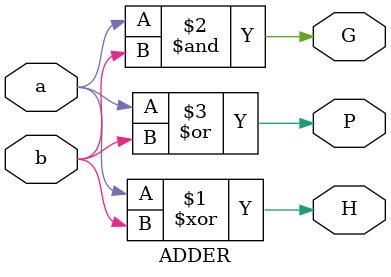
<source format=v>
module ADDER (
    a, b,
    H, G, P
);
    input a, b;
    output H, G, P;

    assign H = a ^ b;
    assign G = a & b;
    assign P = a | b;

endmodule
</source>
